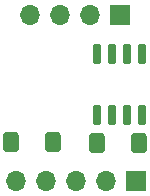
<source format=gbr>
%TF.GenerationSoftware,KiCad,Pcbnew,8.0.6*%
%TF.CreationDate,2025-02-01T11:22:55-03:00*%
%TF.ProjectId,breadboard-voltmeter-r00,62726561-6462-46f6-9172-642d766f6c74,rev?*%
%TF.SameCoordinates,Original*%
%TF.FileFunction,Soldermask,Top*%
%TF.FilePolarity,Negative*%
%FSLAX46Y46*%
G04 Gerber Fmt 4.6, Leading zero omitted, Abs format (unit mm)*
G04 Created by KiCad (PCBNEW 8.0.6) date 2025-02-01 11:22:55*
%MOMM*%
%LPD*%
G01*
G04 APERTURE LIST*
G04 Aperture macros list*
%AMRoundRect*
0 Rectangle with rounded corners*
0 $1 Rounding radius*
0 $2 $3 $4 $5 $6 $7 $8 $9 X,Y pos of 4 corners*
0 Add a 4 corners polygon primitive as box body*
4,1,4,$2,$3,$4,$5,$6,$7,$8,$9,$2,$3,0*
0 Add four circle primitives for the rounded corners*
1,1,$1+$1,$2,$3*
1,1,$1+$1,$4,$5*
1,1,$1+$1,$6,$7*
1,1,$1+$1,$8,$9*
0 Add four rect primitives between the rounded corners*
20,1,$1+$1,$2,$3,$4,$5,0*
20,1,$1+$1,$4,$5,$6,$7,0*
20,1,$1+$1,$6,$7,$8,$9,0*
20,1,$1+$1,$8,$9,$2,$3,0*%
G04 Aperture macros list end*
%ADD10R,1.700000X1.700000*%
%ADD11O,1.700000X1.700000*%
%ADD12RoundRect,0.250000X-0.400000X-0.600000X0.400000X-0.600000X0.400000X0.600000X-0.400000X0.600000X0*%
%ADD13RoundRect,0.250000X0.400000X0.600000X-0.400000X0.600000X-0.400000X-0.600000X0.400000X-0.600000X0*%
%ADD14RoundRect,0.150000X0.150000X-0.725000X0.150000X0.725000X-0.150000X0.725000X-0.150000X-0.725000X0*%
G04 APERTURE END LIST*
D10*
%TO.C,J2*%
X132960000Y-61100000D03*
D11*
X130420000Y-61100000D03*
X127880000Y-61100000D03*
X125340000Y-61100000D03*
X122800000Y-61100000D03*
%TD*%
D12*
%TO.C,D1*%
X122370000Y-57800000D03*
X125870000Y-57800000D03*
%TD*%
D10*
%TO.C,J1*%
X131600000Y-47000000D03*
D11*
X129060000Y-47000000D03*
X126520000Y-47000000D03*
X123980000Y-47000000D03*
%TD*%
D13*
%TO.C,D2*%
X133170000Y-57900000D03*
X129670000Y-57900000D03*
%TD*%
D14*
%TO.C,U1*%
X129615000Y-55475000D03*
X130885000Y-55475000D03*
X132155000Y-55475000D03*
X133425000Y-55475000D03*
X133425000Y-50325000D03*
X132155000Y-50325000D03*
X130885000Y-50325000D03*
X129615000Y-50325000D03*
%TD*%
M02*

</source>
